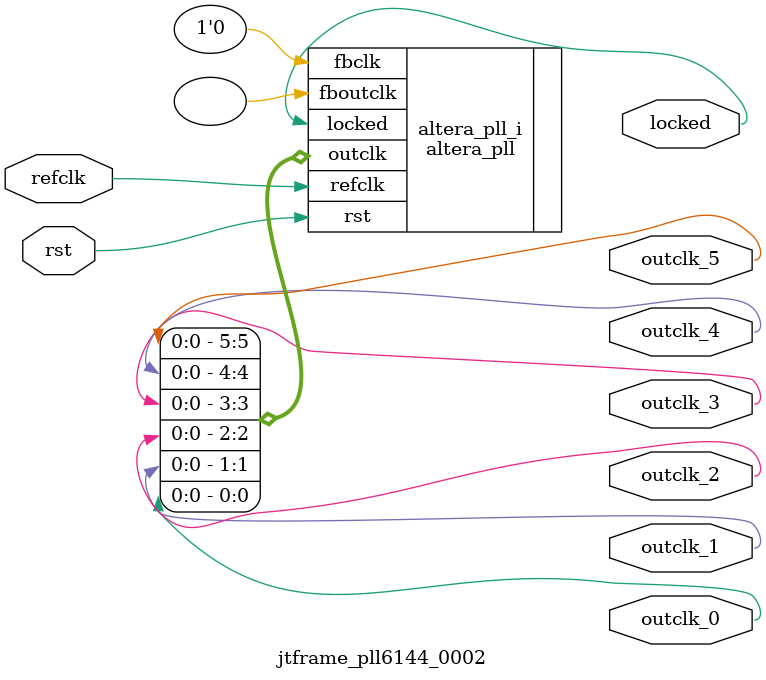
<source format=v>
`timescale 1ns/10ps
module  jtframe_pll6144_0002(

	// interface 'refclk'
	input wire refclk,

	// interface 'reset'
	input wire rst,

	// interface 'outclk0'
	output wire outclk_0,

	// interface 'outclk1'
	output wire outclk_1,

	// interface 'outclk2'
	output wire outclk_2,

	// interface 'outclk3'
	output wire outclk_3,

	// interface 'outclk4'
	output wire outclk_4,

	// interface 'outclk5'
	output wire outclk_5,

	// interface 'locked'
	output wire locked
);

	altera_pll #(
		.fractional_vco_multiplier("false"),
		.reference_clock_frequency("50.0 MHz"),
		.operation_mode("direct"),
		.number_of_clocks(6),
		.output_clock_frequency0("49.147727 MHz"),
		.phase_shift0("0 ps"),
		.duty_cycle0(50),
		.output_clock_frequency1("49.147727 MHz"),
		.phase_shift1("5549 ps"),
		.duty_cycle1(50),
		.output_clock_frequency2("24.573863 MHz"),
		.phase_shift2("0 ps"),
		.duty_cycle2(50),
		.output_clock_frequency3("6.143465 MHz"),
		.phase_shift3("0 ps"),
		.duty_cycle3(50),
		.output_clock_frequency4("98.295454 MHz"),
		.phase_shift4("0 ps"),
		.duty_cycle4(50),
		.output_clock_frequency5("98.295454 MHz"),
		.phase_shift5("-4971 ps"),
		.duty_cycle5(50),
		.output_clock_frequency6("0 MHz"),
		.phase_shift6("0 ps"),
		.duty_cycle6(50),
		.output_clock_frequency7("0 MHz"),
		.phase_shift7("0 ps"),
		.duty_cycle7(50),
		.output_clock_frequency8("0 MHz"),
		.phase_shift8("0 ps"),
		.duty_cycle8(50),
		.output_clock_frequency9("0 MHz"),
		.phase_shift9("0 ps"),
		.duty_cycle9(50),
		.output_clock_frequency10("0 MHz"),
		.phase_shift10("0 ps"),
		.duty_cycle10(50),
		.output_clock_frequency11("0 MHz"),
		.phase_shift11("0 ps"),
		.duty_cycle11(50),
		.output_clock_frequency12("0 MHz"),
		.phase_shift12("0 ps"),
		.duty_cycle12(50),
		.output_clock_frequency13("0 MHz"),
		.phase_shift13("0 ps"),
		.duty_cycle13(50),
		.output_clock_frequency14("0 MHz"),
		.phase_shift14("0 ps"),
		.duty_cycle14(50),
		.output_clock_frequency15("0 MHz"),
		.phase_shift15("0 ps"),
		.duty_cycle15(50),
		.output_clock_frequency16("0 MHz"),
		.phase_shift16("0 ps"),
		.duty_cycle16(50),
		.output_clock_frequency17("0 MHz"),
		.phase_shift17("0 ps"),
		.duty_cycle17(50),
		.pll_type("General"),
		.pll_subtype("General")
	) altera_pll_i (
		.rst	(rst),
		.outclk	({outclk_5, outclk_4, outclk_3, outclk_2, outclk_1, outclk_0}),
		.locked	(locked),
		.fboutclk	( ),
		.fbclk	(1'b0),
		.refclk	(refclk)
	);
endmodule


</source>
